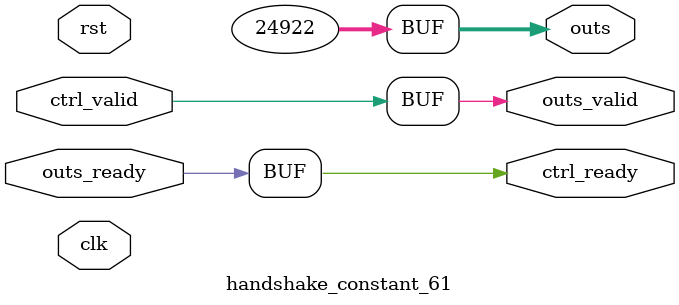
<source format=v>
`timescale 1ns / 1ps
module handshake_constant_61 #(
  parameter DATA_WIDTH = 32  // Default set to 32 bits
) (
  input                       clk,
  input                       rst,
  // Input Channel
  input                       ctrl_valid,
  output                      ctrl_ready,
  // Output Channel
  output [DATA_WIDTH - 1 : 0] outs,
  output                      outs_valid,
  input                       outs_ready
);
  assign outs       = 16'b0110000101011010;
  assign outs_valid = ctrl_valid;
  assign ctrl_ready = outs_ready;

endmodule

</source>
